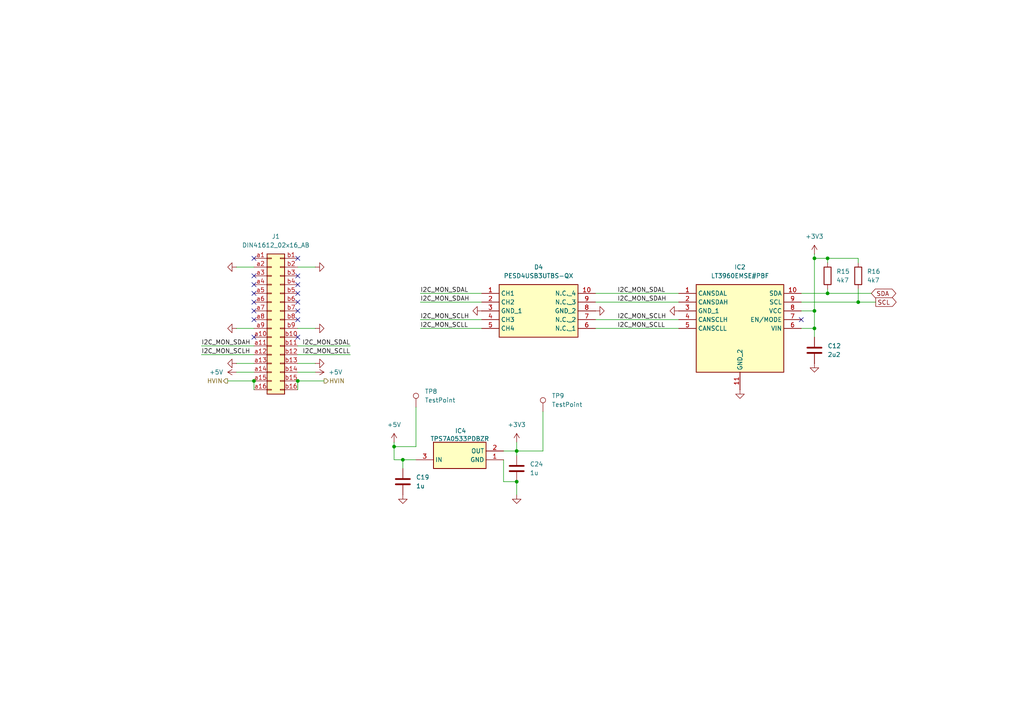
<source format=kicad_sch>
(kicad_sch (version 20250114) (generator "eeschema") (generator_version "9.0")
  (paper "A4")
  (lib_symbols
    (symbol "Connector:DIN41612_02x16_AB" (pin_names (offset 1.016) (hide yes))
      (property "Reference" "J" (at 1.27 20.32 0))
      (property "Value" "DIN41612_02x16_AB" (at 1.27 -22.86 0))
      (symbol "DIN41612_02x16_AB_1_1"
        (rectangle (start -1.27 19.05) (end 3.81 -21.59) (stroke (width 0.254)) (fill (type background)))
        (rectangle (start -1.27 17.907) (end 0 17.653) (stroke (width 0.1524)))
        (rectangle (start -1.27 15.367) (end 0 15.113) (stroke (width 0.1524)))
        (rectangle (start -1.27 12.827) (end 0 12.573) (stroke (width 0.1524)))
        (rectangle (start -1.27 10.287) (end 0 10.033) (stroke (width 0.1524)))
        (rectangle (start -1.27 7.747) (end 0 7.493) (stroke (width 0.1524)))
        (rectangle (start -1.27 5.207) (end 0 4.953) (stroke (width 0.1524)))
        (rectangle (start -1.27 2.667) (end 0 2.413) (stroke (width 0.1524)))
        (rectangle (start -1.27 0.127) (end 0 -0.127) (stroke (width 0.1524)))
        (rectangle (start -1.27 -2.413) (end 0 -2.667) (stroke (width 0.1524)))
        (rectangle (start -1.27 -4.953) (end 0 -5.207) (stroke (width 0.1524)))
        (rectangle (start -1.27 -7.493) (end 0 -7.747) (stroke (width 0.1524)))
        (rectangle (start -1.27 -10.033) (end 0 -10.287) (stroke (width 0.1524)))
        (rectangle (start -1.27 -12.573) (end 0 -12.827) (stroke (width 0.1524)))
        (rectangle (start -1.27 -15.113) (end 0 -15.367) (stroke (width 0.1524)))
        (rectangle (start -1.27 -17.653) (end 0 -17.907) (stroke (width 0.1524)))
        (rectangle (start -1.27 -20.193) (end 0 -20.447) (stroke (width 0.1524)))
        (rectangle (start 3.81 17.907) (end 2.54 17.653) (stroke (width 0.1524)))
        (rectangle (start 3.81 15.367) (end 2.54 15.113) (stroke (width 0.1524)))
        (rectangle (start 3.81 12.827) (end 2.54 12.573) (stroke (width 0.1524)))
        (rectangle (start 3.81 10.287) (end 2.54 10.033) (stroke (width 0.1524)))
        (rectangle (start 3.81 7.747) (end 2.54 7.493) (stroke (width 0.1524)))
        (rectangle (start 3.81 5.207) (end 2.54 4.953) (stroke (width 0.1524)))
        (rectangle (start 3.81 2.667) (end 2.54 2.413) (stroke (width 0.1524)))
        (rectangle (start 3.81 0.127) (end 2.54 -0.127) (stroke (width 0.1524)))
        (rectangle (start 3.81 -2.413) (end 2.54 -2.667) (stroke (width 0.1524)))
        (rectangle (start 3.81 -4.953) (end 2.54 -5.207) (stroke (width 0.1524)))
        (rectangle (start 3.81 -7.493) (end 2.54 -7.747) (stroke (width 0.1524)))
        (rectangle (start 3.81 -10.033) (end 2.54 -10.287) (stroke (width 0.1524)))
        (rectangle (start 3.81 -12.573) (end 2.54 -12.827) (stroke (width 0.1524)))
        (rectangle (start 3.81 -15.113) (end 2.54 -15.367) (stroke (width 0.1524)))
        (rectangle (start 3.81 -17.653) (end 2.54 -17.907) (stroke (width 0.1524)))
        (rectangle (start 3.81 -20.193) (end 2.54 -20.447) (stroke (width 0.1524)))
        (pin passive line (at -5.08 17.78 0) (length 3.81) (name "Pin_a1") (number "a1"))
        (pin passive line (at -5.08 15.24 0) (length 3.81) (name "Pin_a2") (number "a2"))
        (pin passive line (at -5.08 12.7 0) (length 3.81) (name "Pin_a3") (number "a3"))
        (pin passive line (at -5.08 10.16 0) (length 3.81) (name "Pin_a4") (number "a4"))
        (pin passive line (at -5.08 7.62 0) (length 3.81) (name "Pin_a5") (number "a5"))
        (pin passive line (at -5.08 5.08 0) (length 3.81) (name "Pin_a6") (number "a6"))
        (pin passive line (at -5.08 2.54 0) (length 3.81) (name "Pin_a7") (number "a7"))
        (pin passive line (at -5.08 0 0) (length 3.81) (name "Pin_a8") (number "a8"))
        (pin passive line (at -5.08 -2.54 0) (length 3.81) (name "Pin_a9") (number "a9"))
        (pin passive line (at -5.08 -5.08 0) (length 3.81) (name "Pin_a10") (number "a10"))
        (pin passive line (at -5.08 -7.62 0) (length 3.81) (name "Pin_a11") (number "a11"))
        (pin passive line (at -5.08 -10.16 0) (length 3.81) (name "Pin_a12") (number "a12"))
        (pin passive line (at -5.08 -12.7 0) (length 3.81) (name "Pin_a13") (number "a13"))
        (pin passive line (at -5.08 -15.24 0) (length 3.81) (name "Pin_a14") (number "a14"))
        (pin passive line (at -5.08 -17.78 0) (length 3.81) (name "Pin_a15") (number "a15"))
        (pin passive line (at -5.08 -20.32 0) (length 3.81) (name "Pin_a16") (number "a16"))
        (pin passive line (at 7.62 17.78 180) (length 3.81) (name "Pin_b1") (number "b1"))
        (pin passive line (at 7.62 15.24 180) (length 3.81) (name "Pin_b2") (number "b2"))
        (pin passive line (at 7.62 12.7 180) (length 3.81) (name "Pin_b3") (number "b3"))
        (pin passive line (at 7.62 10.16 180) (length 3.81) (name "Pin_b4") (number "b4"))
        (pin passive line (at 7.62 7.62 180) (length 3.81) (name "Pin_b5") (number "b5"))
        (pin passive line (at 7.62 5.08 180) (length 3.81) (name "Pin_b6") (number "b6"))
        (pin passive line (at 7.62 2.54 180) (length 3.81) (name "Pin_b7") (number "b7"))
        (pin passive line (at 7.62 0 180) (length 3.81) (name "Pin_b8") (number "b8"))
        (pin passive line (at 7.62 -2.54 180) (length 3.81) (name "Pin_b9") (number "b9"))
        (pin passive line (at 7.62 -5.08 180) (length 3.81) (name "Pin_b10") (number "b10"))
        (pin passive line (at 7.62 -7.62 180) (length 3.81) (name "Pin_b11") (number "b11"))
        (pin passive line (at 7.62 -10.16 180) (length 3.81) (name "Pin_b12") (number "b12"))
        (pin passive line (at 7.62 -12.7 180) (length 3.81) (name "Pin_b13") (number "b13"))
        (pin passive line (at 7.62 -15.24 180) (length 3.81) (name "Pin_b14") (number "b14"))
        (pin passive line (at 7.62 -17.78 180) (length 3.81) (name "Pin_b15") (number "b15"))
        (pin passive line (at 7.62 -20.32 180) (length 3.81) (name "Pin_b16") (number "b16"))
      )
    )
    (symbol "Connector:TestPoint" (pin_numbers (hide yes)) (pin_names (offset 0.762) (hide yes))
      (property "Reference" "TP" (at 0 6.858 0))
      (property "Value" "TestPoint" (at 0 5.08 0))
      (symbol "TestPoint_0_1"
        (circle (center 0 3.302) (radius 0.762))
      )
      (symbol "TestPoint_1_1"
        (pin passive line (at 0 0 90) (length 2.54) (name "1") (number "1"))
      )
    )
    (symbol "Device:C" (pin_numbers (hide yes)) (pin_names (offset 0.254))
      (property "Reference" "C" (at 0.635 2.54 0))
      (property "Value" "C" (at 0.635 -2.54 0))
      (symbol "C_0_1"
        (polyline (pts (xy -2.032 0.762) (xy 2.032 0.762)) (stroke (width 0.508)))
        (polyline (pts (xy -2.032 -0.762) (xy 2.032 -0.762)) (stroke (width 0.508)))
      )
      (symbol "C_1_1"
        (pin passive line (at 0 3.81 270) (length 2.794) (name "~") (number "1"))
        (pin passive line (at 0 -3.81 90) (length 2.794) (name "~") (number "2"))
      )
    )
    (symbol "Device:R" (pin_numbers (hide yes)) (pin_names (offset 0))
      (property "Reference" "R" (at 2.032 0 90))
      (property "Value" "R" (at 0 0 90))
      (symbol "R_0_1"
        (rectangle (start -1.016 -2.54) (end 1.016 2.54) (stroke (width 0.254)))
      )
      (symbol "R_1_1"
        (pin passive line (at 0 3.81 270) (length 1.27) (name "~") (number "1"))
        (pin passive line (at 0 -3.81 90) (length 1.27) (name "~") (number "2"))
      )
    )
    (symbol "LT3960EMSE#PBF:LT3960EMSE#PBF"
      (property "Reference" "IC" (at 31.75 7.62 0))
      (property "Value" "LT3960EMSE#PBF" (at 31.75 5.08 0))
      (symbol "LT3960EMSE#PBF_1_1"
        (rectangle (start 5.08 2.54) (end 30.48 -22.86) (stroke (width 0.254)) (fill (type background)))
        (pin passive line (at 0 0 0) (length 5.08) (name "CANSDAL") (number "1"))
        (pin passive line (at 0 -2.54 0) (length 5.08) (name "CANSDAH") (number "2"))
        (pin passive line (at 0 -5.08 0) (length 5.08) (name "GND_1") (number "3"))
        (pin passive line (at 0 -7.62 0) (length 5.08) (name "CANSCLH") (number "4"))
        (pin passive line (at 0 -10.16 0) (length 5.08) (name "CANSCLL") (number "5"))
        (pin passive line (at 17.78 -27.94 90) (length 5.08) (name "GND_2") (number "11"))
        (pin passive line (at 35.56 0 180) (length 5.08) (name "SDA") (number "10"))
        (pin passive line (at 35.56 -2.54 180) (length 5.08) (name "SCL") (number "9"))
        (pin passive line (at 35.56 -5.08 180) (length 5.08) (name "VCC") (number "8"))
        (pin passive line (at 35.56 -7.62 180) (length 5.08) (name "EN/MODE") (number "7"))
        (pin passive line (at 35.56 -10.16 180) (length 5.08) (name "VIN") (number "6"))
      )
    )
    (symbol "PESD4USB3UTBS-QX:PESD4USB3UTBS-QX"
      (property "Reference" "D" (at 29.21 7.62 0))
      (property "Value" "PESD4USB3UTBS-QX" (at 29.21 5.08 0))
      (symbol "PESD4USB3UTBS-QX_1_1"
        (rectangle (start 5.08 2.54) (end 27.94 -12.7) (stroke (width 0.254)) (fill (type background)))
        (pin passive line (at 0 0 0) (length 5.08) (name "CH1") (number "1"))
        (pin passive line (at 0 -2.54 0) (length 5.08) (name "CH2") (number "2"))
        (pin passive line (at 0 -5.08 0) (length 5.08) (name "GND_1") (number "3"))
        (pin passive line (at 0 -7.62 0) (length 5.08) (name "CH3") (number "4"))
        (pin passive line (at 0 -10.16 0) (length 5.08) (name "CH4") (number "5"))
        (pin passive line (at 33.02 0 180) (length 5.08) (name "N.C._4") (number "10"))
        (pin passive line (at 33.02 -2.54 180) (length 5.08) (name "N.C._3") (number "9"))
        (pin passive line (at 33.02 -5.08 180) (length 5.08) (name "GND_2") (number "8"))
        (pin passive line (at 33.02 -7.62 180) (length 5.08) (name "N.C._2") (number "7"))
        (pin passive line (at 33.02 -10.16 180) (length 5.08) (name "N.C._1") (number "6"))
      )
    )
    (symbol "TPS7A0533PDBZR:TPS7A0533PDBZR"
      (property "Reference" "IC" (at 21.59 7.62 0))
      (property "Value" "TPS7A0533PDBZR" (at 21.59 5.08 0))
      (symbol "TPS7A0533PDBZR_1_1"
        (rectangle (start 5.08 2.54) (end 20.32 -5.08) (stroke (width 0.254)) (fill (type background)))
        (pin power_in line (at 0 0 0) (length 5.08) (name "GND") (number "1"))
        (pin output line (at 0 -2.54 0) (length 5.08) (name "OUT") (number "2"))
        (pin input line (at 25.4 0 180) (length 5.08) (name "IN") (number "3"))
      )
    )
    (symbol "power:+3V3" (power) (pin_numbers (hide yes)) (pin_names (offset 0) (hide yes))
      (property "Value" "+3V3" (at 0 3.556 0))
      (symbol "+3V3_0_1"
        (polyline (pts (xy -0.762 1.27) (xy 0 2.54)))
        (polyline (pts (xy 0 2.54) (xy 0.762 1.27)))
        (polyline (pts (xy 0 0) (xy 0 2.54)))
      )
      (symbol "+3V3_1_1"
        (pin power_in line (at 0 0 90) (length 0) (name "~") (number "1"))
      )
    )
    (symbol "power:+5V" (power) (pin_numbers (hide yes)) (pin_names (offset 0) (hide yes))
      (property "Value" "+5V" (at 0 3.556 0))
      (symbol "+5V_0_1"
        (polyline (pts (xy -0.762 1.27) (xy 0 2.54)))
        (polyline (pts (xy 0 2.54) (xy 0.762 1.27)))
        (polyline (pts (xy 0 0) (xy 0 2.54)))
      )
      (symbol "+5V_1_1"
        (pin power_in line (at 0 0 90) (length 0) (name "~") (number "1"))
      )
    )
    (symbol "power:GND" (power) (pin_numbers (hide yes)) (pin_names (offset 0) (hide yes))
      (property "Value" "GND" (at 0 -3.81 0))
      (symbol "GND_0_1"
        (polyline (pts (xy 0 0) (xy 0 -1.27) (xy 1.27 -1.27) (xy 0 -2.54) (xy -1.27 -1.27) (xy 0 -1.27)))
      )
      (symbol "GND_1_1"
        (pin power_in line (at 0 0 270) (length 0) (name "~") (number "1"))
      )
    )
  )
  (junction (at 240.03 85.09))
  (junction (at 86.36 110.49))
  (junction (at 236.22 95.25))
  (junction (at 114.3 129.54))
  (junction (at 116.84 133.35))
  (junction (at 73.66 110.49))
  (junction (at 248.92 87.63))
  (junction (at 149.86 130.81))
  (junction (at 149.86 139.7))
  (junction (at 240.03 74.93))
  (junction (at 236.22 74.93))
  (junction (at 236.22 90.17))
  (no_connect (at 73.66 92.71))
  (no_connect (at 86.36 90.17))
  (no_connect (at 86.36 87.63))
  (no_connect (at 86.36 85.09))
  (no_connect (at 86.36 97.79))
  (no_connect (at 73.66 97.79))
  (no_connect (at 73.66 85.09))
  (no_connect (at 232.41 92.71))
  (no_connect (at 73.66 87.63))
  (no_connect (at 86.36 74.93))
  (no_connect (at 73.66 74.93))
  (no_connect (at 86.36 82.55))
  (no_connect (at 86.36 92.71))
  (no_connect (at 86.36 80.01))
  (no_connect (at 73.66 80.01))
  (no_connect (at 73.66 90.17))
  (no_connect (at 73.66 82.55))
  (wire (pts (xy 114.3 128.27) (xy 114.3 129.54)))
  (wire (pts (xy 73.66 110.49) (xy 73.66 113.03)))
  (wire (pts (xy 101.6 100.33) (xy 86.36 100.33)))
  (wire (pts (xy 236.22 95.25) (xy 236.22 97.79)))
  (wire (pts (xy 172.72 92.71) (xy 196.85 92.71)))
  (wire (pts (xy 120.65 118.11) (xy 120.65 129.54)))
  (wire (pts (xy 172.72 85.09) (xy 196.85 85.09)))
  (wire (pts (xy 149.86 130.81) (xy 146.05 130.81)))
  (wire (pts (xy 114.3 133.35) (xy 116.84 133.35)))
  (wire (pts (xy 232.41 95.25) (xy 236.22 95.25)))
  (wire (pts (xy 68.58 105.41) (xy 73.66 105.41)))
  (wire (pts (xy 121.92 95.25) (xy 139.7 95.25)))
  (wire (pts (xy 248.92 83.82) (xy 248.92 87.63)))
  (wire (pts (xy 58.42 102.87) (xy 73.66 102.87)))
  (wire (pts (xy 120.65 129.54) (xy 114.3 129.54)))
  (wire (pts (xy 236.22 74.93) (xy 236.22 90.17)))
  (wire (pts (xy 172.72 95.25) (xy 196.85 95.25)))
  (wire (pts (xy 116.84 133.35) (xy 116.84 135.89)))
  (wire (pts (xy 58.42 100.33) (xy 73.66 100.33)))
  (wire (pts (xy 236.22 95.25) (xy 236.22 90.17)))
  (wire (pts (xy 254 87.63) (xy 248.92 87.63)))
  (wire (pts (xy 68.58 95.25) (xy 73.66 95.25)))
  (wire (pts (xy 101.6 102.87) (xy 86.36 102.87)))
  (wire (pts (xy 116.84 133.35) (xy 120.65 133.35)))
  (wire (pts (xy 121.92 85.09) (xy 139.7 85.09)))
  (wire (pts (xy 91.44 77.47) (xy 86.36 77.47)))
  (wire (pts (xy 248.92 74.93) (xy 248.92 76.2)))
  (wire (pts (xy 157.48 130.81) (xy 149.86 130.81)))
  (wire (pts (xy 86.36 107.95) (xy 91.44 107.95)))
  (wire (pts (xy 172.72 87.63) (xy 196.85 87.63)))
  (wire (pts (xy 86.36 110.49) (xy 86.36 113.03)))
  (wire (pts (xy 240.03 74.93) (xy 248.92 74.93)))
  (wire (pts (xy 121.92 87.63) (xy 139.7 87.63)))
  (wire (pts (xy 68.58 77.47) (xy 73.66 77.47)))
  (wire (pts (xy 252.73 85.09) (xy 240.03 85.09)))
  (wire (pts (xy 68.58 107.95) (xy 73.66 107.95)))
  (wire (pts (xy 240.03 74.93) (xy 236.22 74.93)))
  (wire (pts (xy 236.22 90.17) (xy 232.41 90.17)))
  (wire (pts (xy 149.86 130.81) (xy 149.86 132.08)))
  (wire (pts (xy 240.03 76.2) (xy 240.03 74.93)))
  (wire (pts (xy 157.48 119.38) (xy 157.48 130.81)))
  (wire (pts (xy 240.03 85.09) (xy 232.41 85.09)))
  (wire (pts (xy 66.04 110.49) (xy 73.66 110.49)))
  (wire (pts (xy 146.05 139.7) (xy 149.86 139.7)))
  (wire (pts (xy 146.05 133.35) (xy 146.05 139.7)))
  (wire (pts (xy 114.3 129.54) (xy 114.3 133.35)))
  (wire (pts (xy 121.92 92.71) (xy 139.7 92.71)))
  (wire (pts (xy 93.98 110.49) (xy 86.36 110.49)))
  (wire (pts (xy 149.86 139.7) (xy 149.86 143.51)))
  (wire (pts (xy 149.86 128.27) (xy 149.86 130.81)))
  (wire (pts (xy 248.92 87.63) (xy 232.41 87.63)))
  (wire (pts (xy 240.03 83.82) (xy 240.03 85.09)))
  (wire (pts (xy 91.44 105.41) (xy 86.36 105.41)))
  (wire (pts (xy 236.22 73.66) (xy 236.22 74.93)))
  (wire (pts (xy 91.44 95.25) (xy 86.36 95.25)))
  (label "I2C_MON_SCLL" (at 179.07 95.25 0))
  (label "I2C_MON_SCLH" (at 121.92 92.71 0))
  (label "I2C_MON_SDAL" (at 179.07 85.09 0))
  (label "I2C_MON_SDAL" (at 121.92 85.09 0))
  (label "I2C_MON_SDAL" (at 101.6 100.33 180))
  (label "I2C_MON_SCLL" (at 121.92 95.25 0))
  (label "I2C_MON_SDAH" (at 58.42 100.33 0))
  (label "I2C_MON_SDAH" (at 121.92 87.63 0))
  (label "I2C_MON_SCLH" (at 179.07 92.71 0))
  (label "I2C_MON_SCLH" (at 58.42 102.87 0))
  (label "I2C_MON_SCLL" (at 101.6 102.87 180))
  (label "I2C_MON_SDAH" (at 179.07 87.63 0))
  (global_label "SCL" (shape output) (at 254 87.63 0) (property "Intersheetrefs" "${INTERSHEET_REFS}" (effects (hide yes))))
  (global_label "SDA" (shape bidirectional) (at 252.73 85.09 0) (property "Intersheetrefs" "${INTERSHEET_REFS}" (effects (hide yes))))
  (hierarchical_label "HVIN" (shape output) (at 93.98 110.49 0))
  (hierarchical_label "HVIN" (shape output) (at 66.04 110.49 180))
  (symbol (lib_id "PESD4USB3UTBS-QX:PESD4USB3UTBS-QX") (at 139.7 85.09 0) (unit 1)
    (property "Reference" "D4" (at 156.21 77.47 0))
    (property "Value" "PESD4USB3UTBS-QX" (at 156.21 80.01 0))
    (property "Footprint" "PESD4USB3UTBS-QX:PESD4USB3UTBSQX" (effects (hide yes)))
    (property "Datasheet" "https://www.digikey.ph/en/products/detail/nexperia-usa-inc/PESD4USB3UTBS-QX/19109985?msockid=39f1ec84d77b6f4428b7f904d6676eed" (effects (hide yes)))
    (property "Description" "plastic, leadless thin small outline package with SideWettable Flanks (SWF); 10 terminals; 0.5 mm pitch; 2.5 mm x 1 mm x 0.75 mm body" (effects (hide yes)))
    (property "Height" "0.8" (effects (hide yes)))
    (property "Manufacturer_Name" "Nexperia" (effects (hide yes)))
    (property "Manufacturer_Part_Number" "PESD4USB3UTBS-QX" (effects (hide yes)))
  )
  (symbol (lib_id "power:+5V") (at 91.44 107.95 270) (unit 1)
    (property "Reference" "#PWR032" (effects (hide yes)))
    (property "Value" "+5V" (at 95.25 107.9499 90) (effects (justify left)))
    (property "Description" "Power symbol creates a global label with name \"+5V\"" (effects (hide yes)))
  )
  (symbol (lib_id "power:+3V3") (at 149.86 128.27 0) (unit 1)
    (property "Reference" "#PWR037" (effects (hide yes)))
    (property "Value" "+3V3" (at 149.86 123.19 0))
    (property "Description" "Power symbol creates a global label with name \"+3V3\"" (effects (hide yes)))
  )
  (symbol (lib_id "power:GND") (at 68.58 95.25 270) (unit 1)
    (property "Reference" "#PWR018" (effects (hide yes)))
    (property "Value" "GND" (effects (hide yes)))
    (property "Description" "Power symbol creates a global label with name \"GND\" , ground" (effects (hide yes)))
  )
  (symbol (lib_id "Device:C") (at 236.22 101.6 0) (unit 1)
    (property "Reference" "C12" (at 240.03 100.3299 0) (effects (justify left)))
    (property "Value" "2u2" (at 240.03 102.8699 0) (effects (justify left)))
    (property "Footprint" "Capacitor_SMD:C_0603_1608Metric" (effects (hide yes)))
    (property "Description" "Unpolarized capacitor" (effects (hide yes)))
  )
  (symbol (lib_id "power:+3V3") (at 236.22 73.66 0) (unit 1)
    (property "Reference" "#PWR017" (effects (hide yes)))
    (property "Value" "+3V3" (at 236.22 68.58 0))
    (property "Description" "Power symbol creates a global label with name \"+3V3\"" (effects (hide yes)))
  )
  (symbol (lib_id "power:GND") (at 196.85 90.17 270) (unit 1)
    (property "Reference" "#PWR023" (effects (hide yes)))
    (property "Value" "GND" (effects (hide yes)))
    (property "Description" "Power symbol creates a global label with name \"GND\" , ground" (effects (hide yes)))
  )
  (symbol (lib_id "power:GND") (at 68.58 105.41 270) (unit 1)
    (property "Reference" "#PWR016" (effects (hide yes)))
    (property "Value" "GND" (effects (hide yes)))
    (property "Description" "Power symbol creates a global label with name \"GND\" , ground" (effects (hide yes)))
  )
  (symbol (lib_id "TPS7A0533PDBZR:TPS7A0533PDBZR") (at 146.05 133.35 180) (unit 1)
    (property "Reference" "IC4" (at 133.604 124.968 0))
    (property "Value" "TPS7A0533PDBZR" (at 133.35 127.254 0))
    (property "Footprint" "TPS7A0533PDBZR:SOT95P237X112-3N" (effects (hide yes)))
    (property "Datasheet" "https://www.ti.com/lit/gpn/TPS7A05" (effects (hide yes)))
    (property "Description" "1-A, ultra-low-IQ, 200-mA low-dropout (LDO) regulator in a small-sized package" (effects (hide yes)))
    (property "Height" "1.12" (effects (hide yes)))
    (property "Mouser Part Number" "595-TPS7A0533PDBZR" (effects (hide yes)))
    (property "Mouser Price/Stock" "https://www.mouser.co.uk/ProductDetail/Texas-Instruments/TPS7A0533PDBZR?qs=XeJtXLiO41SvDtfTV1kb9A%3D%3D" (effects (hide yes)))
    (property "Manufacturer_Name" "Texas Instruments" (effects (hide yes)))
    (property "Manufacturer_Part_Number" "TPS7A0533PDBZR" (effects (hide yes)))
  )
  (symbol (lib_id "Connector:DIN41612_02x16_AB") (at 78.74 92.71 0) (unit 1)
    (property "Reference" "J1" (at 80.01 68.58 0))
    (property "Value" "DIN41612_02x16_AB" (at 80.01 71.12 0))
    (property "Footprint" "Connector_DIN:DIN41612_B2_2x16_Male_Horizontal_THT" (effects (hide yes)))
    (property "Description" "DIN41612 connector, double row (AB), 02x16, script generated (kicad-library-utils/schlib/autogen/connector/)" (effects (hide yes)))
  )
  (symbol (lib_id "Connector:TestPoint") (at 120.65 118.11 0) (unit 1)
    (property "Reference" "TP8" (at 123.19 113.5379 0) (effects (justify left)))
    (property "Value" "TestPoint" (at 123.19 116.0779 0) (effects (justify left)))
    (property "Footprint" "TestPoint:TestPoint_THTPad_D1.5mm_Drill0.7mm" (effects (hide yes)))
    (property "Description" "test point" (effects (hide yes)))
  )
  (symbol (lib_id "Device:C") (at 116.84 139.7 0) (unit 1)
    (property "Reference" "C19" (at 120.65 138.4299 0) (effects (justify left)))
    (property "Value" "1u" (at 120.65 140.9699 0) (effects (justify left)))
    (property "Footprint" "Capacitor_SMD:C_0603_1608Metric" (effects (hide yes)))
    (property "Description" "Unpolarized capacitor" (effects (hide yes)))
  )
  (symbol (lib_id "power:GND") (at 214.63 113.03 0) (unit 1)
    (property "Reference" "#PWR024" (effects (hide yes)))
    (property "Value" "GND" (effects (hide yes)))
    (property "Description" "Power symbol creates a global label with name \"GND\" , ground" (effects (hide yes)))
  )
  (symbol (lib_id "power:GND") (at 116.84 143.51 0) (mirror y) (unit 1)
    (property "Reference" "#PWR036" (effects (hide yes)))
    (property "Value" "GND" (effects (hide yes)))
    (property "Description" "Power symbol creates a global label with name \"GND\" , ground" (effects (hide yes)))
  )
  (symbol (lib_id "power:GND") (at 91.44 95.25 90) (mirror x) (unit 1)
    (property "Reference" "#PWR021" (effects (hide yes)))
    (property "Value" "GND" (effects (hide yes)))
    (property "Description" "Power symbol creates a global label with name \"GND\" , ground" (effects (hide yes)))
  )
  (symbol (lib_id "power:GND") (at 172.72 90.17 90) (mirror x) (unit 1)
    (property "Reference" "#PWR026" (effects (hide yes)))
    (property "Value" "GND" (effects (hide yes)))
    (property "Description" "Power symbol creates a global label with name \"GND\" , ground" (effects (hide yes)))
  )
  (symbol (lib_id "Device:R") (at 240.03 80.01 0) (unit 1)
    (property "Reference" "R15" (at 242.57 78.7399 0) (effects (justify left)))
    (property "Value" "4k7" (at 242.57 81.2799 0) (effects (justify left)))
    (property "Footprint" "Resistor_SMD:R_0603_1608Metric" (effects (hide yes)))
    (property "Description" "Resistor" (effects (hide yes)))
  )
  (symbol (lib_id "power:GND") (at 91.44 105.41 90) (mirror x) (unit 1)
    (property "Reference" "#PWR020" (effects (hide yes)))
    (property "Value" "GND" (effects (hide yes)))
    (property "Description" "Power symbol creates a global label with name \"GND\" , ground" (effects (hide yes)))
  )
  (symbol (lib_id "power:+5V") (at 68.58 107.95 90) (unit 1)
    (property "Reference" "#PWR029" (effects (hide yes)))
    (property "Value" "+5V" (at 64.77 107.9499 90) (effects (justify left)))
    (property "Description" "Power symbol creates a global label with name \"+5V\"" (effects (hide yes)))
  )
  (symbol (lib_id "Device:R") (at 248.92 80.01 0) (unit 1)
    (property "Reference" "R16" (at 251.46 78.7399 0) (effects (justify left)))
    (property "Value" "4k7" (at 251.46 81.2799 0) (effects (justify left)))
    (property "Footprint" "Resistor_SMD:R_0603_1608Metric" (effects (hide yes)))
    (property "Description" "Resistor" (effects (hide yes)))
  )
  (symbol (lib_id "power:GND") (at 68.58 77.47 270) (unit 1)
    (property "Reference" "#PWR019" (effects (hide yes)))
    (property "Value" "GND" (effects (hide yes)))
    (property "Description" "Power symbol creates a global label with name \"GND\" , ground" (effects (hide yes)))
  )
  (symbol (lib_id "power:GND") (at 149.86 143.51 0) (mirror y) (unit 1)
    (property "Reference" "#PWR040" (effects (hide yes)))
    (property "Value" "GND" (effects (hide yes)))
    (property "Description" "Power symbol creates a global label with name \"GND\" , ground" (effects (hide yes)))
  )
  (symbol (lib_id "Device:C") (at 149.86 135.89 0) (unit 1)
    (property "Reference" "C24" (at 153.67 134.6199 0) (effects (justify left)))
    (property "Value" "1u" (at 153.67 137.1599 0) (effects (justify left)))
    (property "Footprint" "Capacitor_SMD:C_0603_1608Metric" (effects (hide yes)))
    (property "Description" "Unpolarized capacitor" (effects (hide yes)))
  )
  (symbol (lib_id "Connector:TestPoint") (at 157.48 119.38 0) (unit 1)
    (property "Reference" "TP9" (at 160.02 114.8079 0) (effects (justify left)))
    (property "Value" "TestPoint" (at 160.02 117.3479 0) (effects (justify left)))
    (property "Footprint" "TestPoint:TestPoint_THTPad_D1.5mm_Drill0.7mm" (effects (hide yes)))
    (property "Description" "test point" (effects (hide yes)))
  )
  (symbol (lib_id "power:+5V") (at 114.3 128.27 0) (unit 1)
    (property "Reference" "#PWR041" (effects (hide yes)))
    (property "Value" "+5V" (at 114.3 123.19 0))
    (property "Description" "Power symbol creates a global label with name \"+5V\"" (effects (hide yes)))
  )
  (symbol (lib_id "power:GND") (at 91.44 77.47 90) (mirror x) (unit 1)
    (property "Reference" "#PWR022" (effects (hide yes)))
    (property "Value" "GND" (effects (hide yes)))
    (property "Description" "Power symbol creates a global label with name \"GND\" , ground" (effects (hide yes)))
  )
  (symbol (lib_id "LT3960EMSE#PBF:LT3960EMSE#PBF") (at 196.85 85.09 0) (unit 1)
    (property "Reference" "IC2" (at 214.63 77.47 0))
    (property "Value" "LT3960EMSE#PBF" (at 214.63 80.01 0))
    (property "Footprint" "LT3960EMSE#PBF:SOP50P490X110-11N" (effects (hide yes)))
    (property "Datasheet" "https://www.analog.com/LT3960/datasheet" (effects (hide yes)))
    (property "Description" "I2C to CAN-Physical Transceiver" (effects (hide yes)))
    (property "Height" "1.1" (effects (hide yes)))
    (property "Mouser Part Number" "584-LT3960EMSE#PBF" (effects (hide yes)))
    (property "Mouser Price/Stock" "https://www.mouser.co.uk/ProductDetail/Analog-Devices/LT3960EMSEPBF?qs=T94vaHKWudT8pvtFFihmNw%3D%3D" (effects (hide yes)))
    (property "Manufacturer_Name" "Analog Devices" (effects (hide yes)))
    (property "Manufacturer_Part_Number" "LT3960EMSE#PBF" (effects (hide yes)))
  )
  (symbol (lib_id "power:GND") (at 236.22 105.41 0) (unit 1)
    (property "Reference" "#PWR027" (effects (hide yes)))
    (property "Value" "GND" (effects (hide yes)))
    (property "Description" "Power symbol creates a global label with name \"GND\" , ground" (effects (hide yes)))
  )
  (symbol (lib_id "power:GND") (at 139.7 90.17 270) (unit 1)
    (property "Reference" "#PWR025" (effects (hide yes)))
    (property "Value" "GND" (effects (hide yes)))
    (property "Description" "Power symbol creates a global label with name \"GND\" , ground" (effects (hide yes)))
  )
)
</source>
